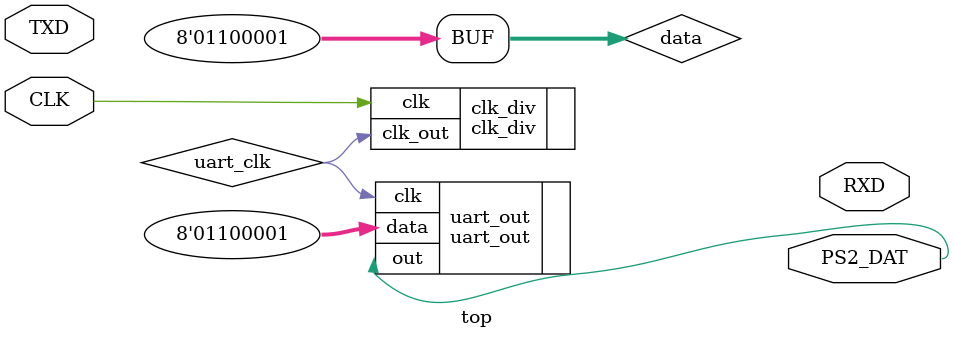
<source format=v>
module top(
	input CLK,

	output PS2_DAT,
	output RXD,
	input TXD
);


wire uart_clk;
reg [7:0]data = 8'h61;

clk_div #(.x(15), .y(5000)) clk_div(.clk(CLK), .clk_out(uart_clk));
uart_out uart_out(.clk(uart_clk), .out(PS2_DAT), .data(data));
//uart_in uart_in(.clk(uart_clk), .in(TXD), .data(data));

endmodule

</source>
